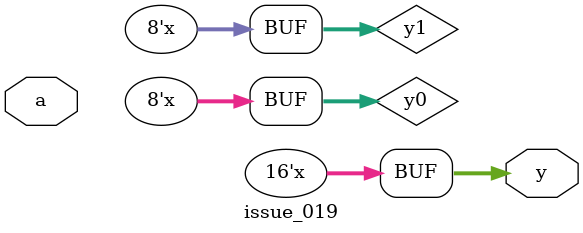
<source format=v>
module issue_019(a, y);
  input [0:0] a;
  output [15:0] y;

  wire [7:0] y0;
  wire [7:0] y1;
  assign y = {y0,y1};

  // according to table 5-6 of IEEE Std 1364-2005, the following expressions
  // should return 8'bx, but instead with ISIM 14.7 and XSIM 2013.4 they return 8'b0 instead.
  assign y0  = 8'sd0 ** -8'sd1;
  assign y1  = 8'd 0 ** -8'sd1;
endmodule

</source>
